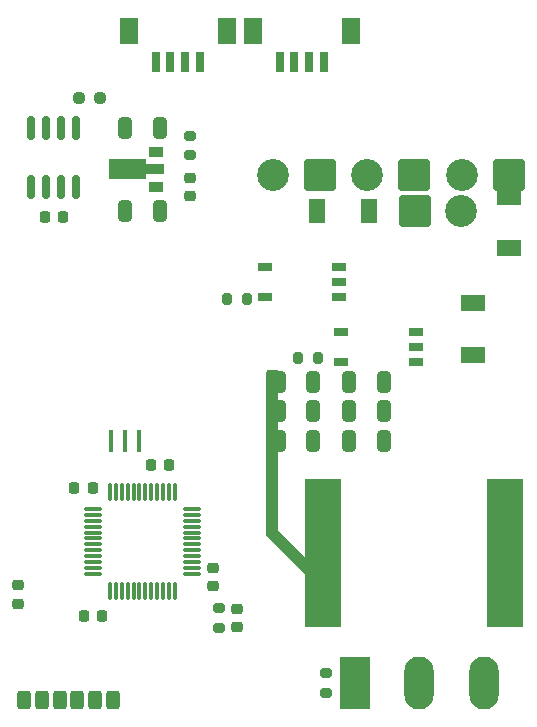
<source format=gbr>
G04 #@! TF.GenerationSoftware,KiCad,Pcbnew,(6.0.5)*
G04 #@! TF.CreationDate,2022-07-13T00:07:27+09:00*
G04 #@! TF.ProjectId,ORION_boost_v1,4f52494f-4e5f-4626-9f6f-73745f76312e,rev?*
G04 #@! TF.SameCoordinates,Original*
G04 #@! TF.FileFunction,Soldermask,Bot*
G04 #@! TF.FilePolarity,Negative*
%FSLAX46Y46*%
G04 Gerber Fmt 4.6, Leading zero omitted, Abs format (unit mm)*
G04 Created by KiCad (PCBNEW (6.0.5)) date 2022-07-13 00:07:27*
%MOMM*%
%LPD*%
G01*
G04 APERTURE LIST*
G04 Aperture macros list*
%AMRoundRect*
0 Rectangle with rounded corners*
0 $1 Rounding radius*
0 $2 $3 $4 $5 $6 $7 $8 $9 X,Y pos of 4 corners*
0 Add a 4 corners polygon primitive as box body*
4,1,4,$2,$3,$4,$5,$6,$7,$8,$9,$2,$3,0*
0 Add four circle primitives for the rounded corners*
1,1,$1+$1,$2,$3*
1,1,$1+$1,$4,$5*
1,1,$1+$1,$6,$7*
1,1,$1+$1,$8,$9*
0 Add four rect primitives between the rounded corners*
20,1,$1+$1,$2,$3,$4,$5,0*
20,1,$1+$1,$4,$5,$6,$7,0*
20,1,$1+$1,$6,$7,$8,$9,0*
20,1,$1+$1,$8,$9,$2,$3,0*%
%AMFreePoly0*
4,1,9,3.862500,-0.866500,0.737500,-0.866500,0.737500,-0.450000,-0.737500,-0.450000,-0.737500,0.450000,0.737500,0.450000,0.737500,0.866500,3.862500,0.866500,3.862500,-0.866500,3.862500,-0.866500,$1*%
G04 Aperture macros list end*
%ADD10RoundRect,0.250001X1.099999X1.099999X-1.099999X1.099999X-1.099999X-1.099999X1.099999X-1.099999X0*%
%ADD11C,2.700000*%
%ADD12R,2.500000X4.500000*%
%ADD13O,2.500000X4.500000*%
%ADD14R,1.400000X2.100000*%
%ADD15RoundRect,0.225000X0.250000X-0.225000X0.250000X0.225000X-0.250000X0.225000X-0.250000X-0.225000X0*%
%ADD16RoundRect,0.250000X-0.325000X-0.650000X0.325000X-0.650000X0.325000X0.650000X-0.325000X0.650000X0*%
%ADD17R,0.700000X1.800000*%
%ADD18R,1.600000X2.200000*%
%ADD19RoundRect,0.250000X0.325000X0.650000X-0.325000X0.650000X-0.325000X-0.650000X0.325000X-0.650000X0*%
%ADD20RoundRect,0.218750X-0.256250X0.218750X-0.256250X-0.218750X0.256250X-0.218750X0.256250X0.218750X0*%
%ADD21RoundRect,0.200000X-0.275000X0.200000X-0.275000X-0.200000X0.275000X-0.200000X0.275000X0.200000X0*%
%ADD22RoundRect,0.225000X-0.225000X-0.250000X0.225000X-0.250000X0.225000X0.250000X-0.225000X0.250000X0*%
%ADD23RoundRect,0.250001X-1.099999X-1.099999X1.099999X-1.099999X1.099999X1.099999X-1.099999X1.099999X0*%
%ADD24R,0.400000X1.900000*%
%ADD25R,2.100000X1.400000*%
%ADD26RoundRect,0.237500X0.250000X0.237500X-0.250000X0.237500X-0.250000X-0.237500X0.250000X-0.237500X0*%
%ADD27R,1.300000X0.900000*%
%ADD28FreePoly0,180.000000*%
%ADD29R,1.200000X0.800000*%
%ADD30RoundRect,0.218750X0.256250X-0.218750X0.256250X0.218750X-0.256250X0.218750X-0.256250X-0.218750X0*%
%ADD31RoundRect,0.075000X-0.075000X0.662500X-0.075000X-0.662500X0.075000X-0.662500X0.075000X0.662500X0*%
%ADD32RoundRect,0.075000X-0.662500X0.075000X-0.662500X-0.075000X0.662500X-0.075000X0.662500X0.075000X0*%
%ADD33RoundRect,0.225000X0.225000X0.250000X-0.225000X0.250000X-0.225000X-0.250000X0.225000X-0.250000X0*%
%ADD34RoundRect,0.150000X0.150000X-0.825000X0.150000X0.825000X-0.150000X0.825000X-0.150000X-0.825000X0*%
%ADD35RoundRect,0.200000X0.275000X-0.200000X0.275000X0.200000X-0.275000X0.200000X-0.275000X-0.200000X0*%
%ADD36R,3.150000X12.500000*%
%ADD37RoundRect,0.200000X0.200000X0.275000X-0.200000X0.275000X-0.200000X-0.275000X0.200000X-0.275000X0*%
%ADD38RoundRect,0.225000X-0.250000X0.225000X-0.250000X-0.225000X0.250000X-0.225000X0.250000X0.225000X0*%
%ADD39RoundRect,0.300000X-0.300000X-0.500000X0.300000X-0.500000X0.300000X0.500000X-0.300000X0.500000X0*%
G04 APERTURE END LIST*
D10*
X67000000Y-49000000D03*
D11*
X63040000Y-49000000D03*
D10*
X83020000Y-49000000D03*
D11*
X79060000Y-49000000D03*
D12*
X70000000Y-92000000D03*
D13*
X75450000Y-92000000D03*
X80900000Y-92000000D03*
D10*
X75000000Y-49000000D03*
D11*
X71040000Y-49000000D03*
D14*
X71200000Y-52000000D03*
X66800000Y-52000000D03*
D15*
X60000000Y-87275000D03*
X60000000Y-85725000D03*
D16*
X63525000Y-66500000D03*
X66475000Y-66500000D03*
D17*
X63625000Y-39450000D03*
X64875000Y-39450000D03*
X66125000Y-39450000D03*
X67375000Y-39450000D03*
D18*
X61375000Y-36750000D03*
X69625000Y-36750000D03*
D19*
X72475000Y-71500000D03*
X69525000Y-71500000D03*
D20*
X41500000Y-83712500D03*
X41500000Y-85287500D03*
D21*
X67500000Y-91175000D03*
X67500000Y-92825000D03*
D22*
X52725000Y-73500000D03*
X54275000Y-73500000D03*
X46225000Y-75500000D03*
X47775000Y-75500000D03*
D23*
X75040000Y-52000000D03*
D11*
X79000000Y-52000000D03*
D24*
X51700000Y-71500000D03*
X50500000Y-71500000D03*
X49300000Y-71500000D03*
D25*
X80000000Y-59800000D03*
X80000000Y-64200000D03*
D17*
X53125000Y-39450000D03*
X54375000Y-39450000D03*
X55625000Y-39450000D03*
X56875000Y-39450000D03*
D18*
X59125000Y-36750000D03*
X50875000Y-36750000D03*
D21*
X58500000Y-85675000D03*
X58500000Y-87325000D03*
D19*
X72475000Y-66500000D03*
X69525000Y-66500000D03*
D25*
X83000000Y-55200000D03*
X83000000Y-50800000D03*
D26*
X48412500Y-42500000D03*
X46587500Y-42500000D03*
D27*
X53150000Y-47000000D03*
D28*
X53062500Y-48500000D03*
D27*
X53150000Y-50000000D03*
D29*
X68850000Y-64770000D03*
X68850000Y-62230000D03*
X75150000Y-62230000D03*
X75150000Y-63500000D03*
X75150000Y-64770000D03*
D30*
X56000000Y-50787500D03*
X56000000Y-49212500D03*
D31*
X49250000Y-75837500D03*
X49750000Y-75837500D03*
X50250000Y-75837500D03*
X50750000Y-75837500D03*
X51250000Y-75837500D03*
X51750000Y-75837500D03*
X52250000Y-75837500D03*
X52750000Y-75837500D03*
X53250000Y-75837500D03*
X53750000Y-75837500D03*
X54250000Y-75837500D03*
X54750000Y-75837500D03*
D32*
X56162500Y-77250000D03*
X56162500Y-77750000D03*
X56162500Y-78250000D03*
X56162500Y-78750000D03*
X56162500Y-79250000D03*
X56162500Y-79750000D03*
X56162500Y-80250000D03*
X56162500Y-80750000D03*
X56162500Y-81250000D03*
X56162500Y-81750000D03*
X56162500Y-82250000D03*
X56162500Y-82750000D03*
D31*
X54750000Y-84162500D03*
X54250000Y-84162500D03*
X53750000Y-84162500D03*
X53250000Y-84162500D03*
X52750000Y-84162500D03*
X52250000Y-84162500D03*
X51750000Y-84162500D03*
X51250000Y-84162500D03*
X50750000Y-84162500D03*
X50250000Y-84162500D03*
X49750000Y-84162500D03*
X49250000Y-84162500D03*
D32*
X47837500Y-82750000D03*
X47837500Y-82250000D03*
X47837500Y-81750000D03*
X47837500Y-81250000D03*
X47837500Y-80750000D03*
X47837500Y-80250000D03*
X47837500Y-79750000D03*
X47837500Y-79250000D03*
X47837500Y-78750000D03*
X47837500Y-78250000D03*
X47837500Y-77750000D03*
X47837500Y-77250000D03*
D33*
X45275000Y-52500000D03*
X43725000Y-52500000D03*
D34*
X46405000Y-49975000D03*
X45135000Y-49975000D03*
X43865000Y-49975000D03*
X42595000Y-49975000D03*
X42595000Y-45025000D03*
X43865000Y-45025000D03*
X45135000Y-45025000D03*
X46405000Y-45025000D03*
D35*
X56000000Y-47325000D03*
X56000000Y-45675000D03*
D19*
X72475000Y-69000000D03*
X69525000Y-69000000D03*
D36*
X67325000Y-81000000D03*
X82675000Y-81000000D03*
D16*
X63525000Y-71500000D03*
X66475000Y-71500000D03*
D33*
X48575000Y-86300000D03*
X47025000Y-86300000D03*
D37*
X66825000Y-64500000D03*
X65175000Y-64500000D03*
D29*
X62350000Y-59270000D03*
X62350000Y-56730000D03*
X68650000Y-56730000D03*
X68650000Y-58000000D03*
X68650000Y-59270000D03*
D16*
X63525000Y-69000000D03*
X66475000Y-69000000D03*
D19*
X53475000Y-45000000D03*
X50525000Y-45000000D03*
D37*
X60825000Y-59500000D03*
X59175000Y-59500000D03*
D19*
X53475000Y-52000000D03*
X50525000Y-52000000D03*
D38*
X58000000Y-82225000D03*
X58000000Y-83775000D03*
D39*
X42000000Y-93450000D03*
X43500000Y-93450000D03*
X45000000Y-93450000D03*
X46500000Y-93450000D03*
X48000000Y-93450000D03*
X49500000Y-93450000D03*
G36*
X63442121Y-65520002D02*
G01*
X63488614Y-65573658D01*
X63500000Y-65626000D01*
X63500000Y-78981885D01*
X63507530Y-79007530D01*
X65963095Y-81463095D01*
X65997121Y-81525407D01*
X66000000Y-81552190D01*
X66000000Y-82695810D01*
X65979998Y-82763931D01*
X65926342Y-82810424D01*
X65856068Y-82820528D01*
X65791488Y-82791034D01*
X65784905Y-82784905D01*
X62536905Y-79536905D01*
X62502879Y-79474593D01*
X62500000Y-79447810D01*
X62500000Y-65626000D01*
X62520002Y-65557879D01*
X62573658Y-65511386D01*
X62626000Y-65500000D01*
X63374000Y-65500000D01*
X63442121Y-65520002D01*
G37*
M02*

</source>
